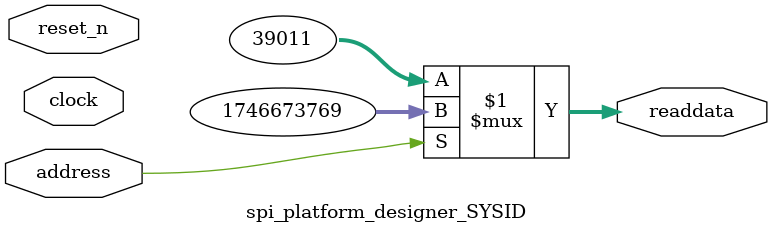
<source format=v>



// synthesis translate_off
`timescale 1ns / 1ps
// synthesis translate_on

// turn off superfluous verilog processor warnings 
// altera message_level Level1 
// altera message_off 10034 10035 10036 10037 10230 10240 10030 

module spi_platform_designer_SYSID (
               // inputs:
                address,
                clock,
                reset_n,

               // outputs:
                readdata
             )
;

  output  [ 31: 0] readdata;
  input            address;
  input            clock;
  input            reset_n;

  wire    [ 31: 0] readdata;
  //control_slave, which is an e_avalon_slave
  assign readdata = address ? 1746673769 : 39011;

endmodule



</source>
